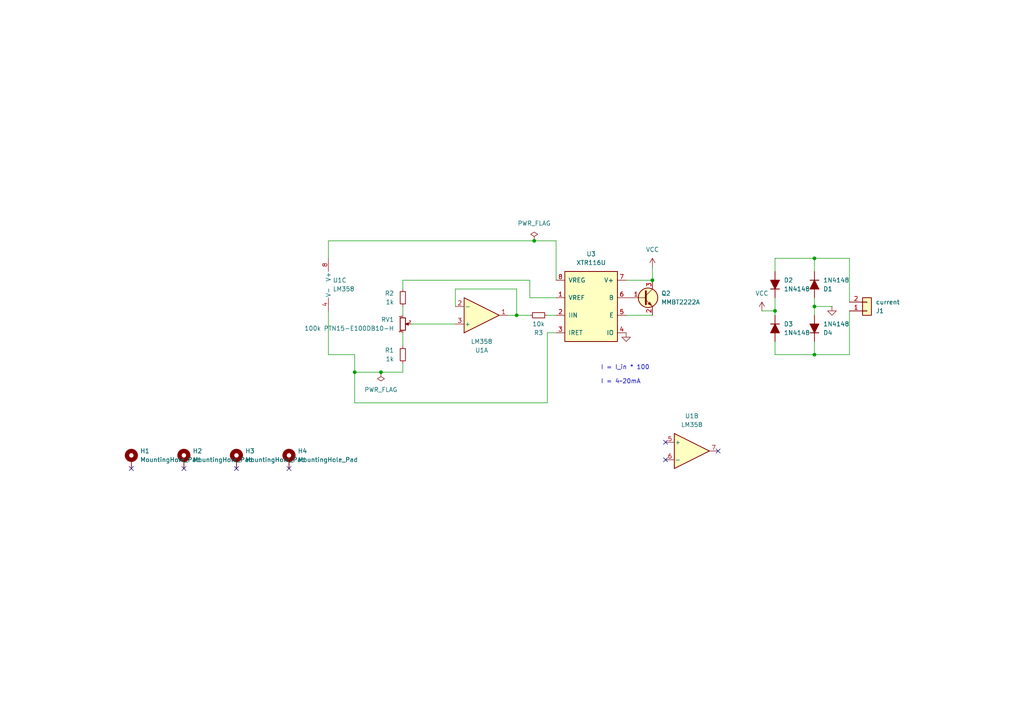
<source format=kicad_sch>
(kicad_sch (version 20231120) (generator "eeschema") (generator_version "8.0")
  (paper "A4")
  (lib_symbols
    (symbol "Amplifier_Operational:LM358" (pin_names (offset 0.127))
      (property "Reference" "U" (at 0 5.08 0))
      (property "Value" "LM358" (at 0 -5.08 0))
      (symbol "LM358_1_1"
        (polyline (pts (xy -5.08 5.08) (xy 5.08 0) (xy -5.08 -5.08) (xy -5.08 5.08)) (stroke (width 0.254)) (fill (type background)))
        (pin output line (at 7.62 0 180) (length 2.54) (name "~") (number "1"))
        (pin input line (at -7.62 -2.54 0) (length 2.54) (name "-") (number "2"))
        (pin input line (at -7.62 2.54 0) (length 2.54) (name "+") (number "3"))
      )
      (symbol "LM358_2_1"
        (polyline (pts (xy -5.08 5.08) (xy 5.08 0) (xy -5.08 -5.08) (xy -5.08 5.08)) (stroke (width 0.254)) (fill (type background)))
        (pin input line (at -7.62 2.54 0) (length 2.54) (name "+") (number "5"))
        (pin input line (at -7.62 -2.54 0) (length 2.54) (name "-") (number "6"))
        (pin output line (at 7.62 0 180) (length 2.54) (name "~") (number "7"))
      )
      (symbol "LM358_3_1"
        (pin power_in line (at -2.54 -7.62 90) (length 3.81) (name "V-") (number "4"))
        (pin power_in line (at -2.54 7.62 270) (length 3.81) (name "V+") (number "8"))
      )
    )
    (symbol "Device:R_Potentiometer_Small" (pin_names (offset 1.016) hide)
      (property "Reference" "RV" (at -4.445 0 90))
      (property "Value" "R_Potentiometer_Small" (at -2.54 0 90))
      (symbol "R_Potentiometer_Small_0_1"
        (polyline (pts (xy 0.889 0) (xy 0.635 0) (xy 1.651 0.381) (xy 1.651 -0.381) (xy 0.635 0) (xy 0.889 0)) (fill (type outline)))
        (rectangle (start 0.762 1.8034) (end -0.762 -1.8034) (stroke (width 0.254)))
      )
      (symbol "R_Potentiometer_Small_1_1"
        (pin passive line (at 0 2.54 270) (length 0.635) (name "1") (number "1"))
        (pin passive line (at 2.54 0 180) (length 0.9906) (name "2") (number "2"))
        (pin passive line (at 0 -2.54 90) (length 0.635) (name "3") (number "3"))
      )
    )
    (symbol "Device:R_Small" (pin_numbers hide) (pin_names (offset 0.254) hide)
      (property "Reference" "R" (at 0.762 0.508 0))
      (property "Value" "R_Small" (at 0.762 -1.016 0))
      (symbol "R_Small_0_1"
        (rectangle (start -0.762 1.778) (end 0.762 -1.778) (stroke (width 0.2032)))
      )
      (symbol "R_Small_1_1"
        (pin passive line (at 0 2.54 270) (length 0.762) (name "~") (number "1"))
        (pin passive line (at 0 -2.54 90) (length 0.762) (name "~") (number "2"))
      )
    )
    (symbol "Interface_CurrentLoop:XTR116U" (pin_names (offset 1.016))
      (property "Reference" "U" (at -7.62 13.97 0))
      (property "Value" "XTR116U" (at 1.27 13.97 0))
      (symbol "XTR116U_0_1"
        (rectangle (start -7.62 12.7) (end 7.62 -7.62) (stroke (width 0.254)) (fill (type background)))
      )
      (symbol "XTR116U_1_1"
        (pin output line (at -10.16 5.08 0) (length 2.54) (name "VREF") (number "1"))
        (pin input line (at -10.16 0 0) (length 2.54) (name "IIN") (number "2"))
        (pin input line (at -10.16 -5.08 0) (length 2.54) (name "IRET") (number "3"))
        (pin passive line (at 10.16 -5.08 180) (length 2.54) (name "IO") (number "4"))
        (pin passive line (at 10.16 0 180) (length 2.54) (name "E") (number "5"))
        (pin output line (at 10.16 5.08 180) (length 2.54) (name "B") (number "6"))
        (pin output line (at 10.16 10.16 180) (length 2.54) (name "V+") (number "7"))
        (pin output line (at -10.16 10.16 0) (length 2.54) (name "VREG") (number "8"))
      )
    )
    (symbol "Mechanical:MountingHole_Pad" (pin_numbers hide) (pin_names (offset 1.016) hide) (exclude_from_sim yes) (in_bom no)
      (property "Reference" "H" (at 0 6.35 0))
      (property "Value" "MountingHole_Pad" (at 0 4.445 0))
      (symbol "MountingHole_Pad_0_1"
        (circle (center 0 1.27) (radius 1.27) (stroke (width 1.27)))
      )
      (symbol "MountingHole_Pad_1_1"
        (pin input line (at 0 -2.54 90) (length 2.54) (name "1") (number "1"))
      )
    )
    (symbol "PCM_4ms_Connector:Conn_01x02" (pin_names (offset 1.016) hide)
      (property "Reference" "J" (at 0 2.54 0))
      (property "Value" "Conn_01x02" (at 0 -5.08 0))
      (symbol "Conn_01x02_1_1"
        (rectangle (start -1.27 -2.413) (end 0 -2.667) (stroke (width 0.1524)))
        (rectangle (start -1.27 0.127) (end 0 -0.127) (stroke (width 0.1524)))
        (rectangle (start -1.27 1.27) (end 1.27 -3.81) (stroke (width 0.254)) (fill (type background)))
        (pin passive line (at -5.08 0 0) (length 3.81) (name "Pin_1") (number "1"))
        (pin passive line (at -5.08 -2.54 0) (length 3.81) (name "Pin_2") (number "2"))
      )
    )
    (symbol "PCM_Diode_AKL:1N4148" (pin_numbers hide) (pin_names (offset 1.016) hide)
      (property "Reference" "D" (at 0 5.08 0))
      (property "Value" "1N4148" (at 0 2.54 0))
      (symbol "1N4148_0_1"
        (polyline (pts (xy -1.27 0) (xy 1.27 0)))
        (polyline (pts (xy 1.27 1.27) (xy 1.27 -1.27)) (stroke (width 0.254)))
        (polyline (pts (xy -1.27 1.27) (xy -1.27 -1.27) (xy 1.27 0) (xy -1.27 1.27)) (stroke (width 0.254)) (fill (type outline)))
      )
      (symbol "1N4148_0_2"
        (polyline (pts (xy -2.54 -2.54) (xy 2.54 2.54)))
        (polyline (pts (xy 0 1.778) (xy 1.778 0)) (stroke (width 0.254)))
        (polyline (pts (xy -0.889 -0.889) (xy -1.778 0) (xy 0.889 0.889) (xy 0 -1.778) (xy -0.889 -0.889)) (stroke (width 0.254)) (fill (type outline)))
      )
      (symbol "1N4148_1_1"
        (pin passive line (at 3.81 0 180) (length 2.54) (name "K") (number "1"))
        (pin passive line (at -3.81 0 0) (length 2.54) (name "A") (number "2"))
      )
      (symbol "1N4148_1_2"
        (pin passive line (at 2.54 2.54 180) (length 0) (name "K") (number "1"))
        (pin passive line (at -2.54 -2.54 0) (length 0) (name "A") (number "2"))
      )
    )
    (symbol "PCM_Transistor_BJT_AKL:MMBT2222A" (pin_names hide)
      (property "Reference" "Q" (at 5.08 1.27 0))
      (property "Value" "MMBT2222A" (at 5.08 -1.27 0))
      (symbol "MMBT2222A_0_1"
        (polyline (pts (xy 0.635 0.635) (xy 2.54 2.54)))
        (polyline (pts (xy 0.635 -0.635) (xy 2.54 -2.54) (xy 2.54 -2.54)))
        (polyline (pts (xy 0.635 1.905) (xy 0.635 -1.905) (xy 0.635 -1.905)) (stroke (width 0.508)))
        (polyline (pts (xy 1.27 -1.778) (xy 1.778 -1.27) (xy 2.286 -2.286) (xy 1.27 -1.778) (xy 1.27 -1.778)) (fill (type outline)))
        (circle (center 1.27 0) (radius 2.8194) (stroke (width 0.254)) (fill (type background)))
      )
      (symbol "MMBT2222A_1_1"
        (pin input line (at -5.08 0 0) (length 5.715) (name "B") (number "1"))
        (pin passive line (at 2.54 -5.08 90) (length 2.54) (name "E") (number "2"))
        (pin passive line (at 2.54 5.08 270) (length 2.54) (name "C") (number "3"))
      )
    )
    (symbol "power:GND" (power) (pin_numbers hide) (pin_names (offset 0) hide)
      (property "Value" "GND" (at 0 -3.81 0))
      (symbol "GND_0_1"
        (polyline (pts (xy 0 0) (xy 0 -1.27) (xy 1.27 -1.27) (xy 0 -2.54) (xy -1.27 -1.27) (xy 0 -1.27)))
      )
      (symbol "GND_1_1"
        (pin power_in line (at 0 0 270) (length 0) (name "~") (number "1"))
      )
    )
    (symbol "power:PWR_FLAG" (power) (pin_numbers hide) (pin_names (offset 0) hide)
      (property "Value" "PWR_FLAG" (at 0 3.81 0))
      (symbol "PWR_FLAG_0_0"
        (pin power_out line (at 0 0 90) (length 0) (name "~") (number "1"))
      )
      (symbol "PWR_FLAG_0_1"
        (polyline (pts (xy 0 0) (xy 0 1.27) (xy -1.016 1.905) (xy 0 2.54) (xy 1.016 1.905) (xy 0 1.27)))
      )
    )
    (symbol "power:VCC" (power) (pin_numbers hide) (pin_names (offset 0) hide)
      (property "Value" "VCC" (at 0 3.556 0))
      (symbol "VCC_0_1"
        (polyline (pts (xy -0.762 1.27) (xy 0 2.54)))
        (polyline (pts (xy 0 0) (xy 0 2.54)))
        (polyline (pts (xy 0 2.54) (xy 0.762 1.27)))
      )
      (symbol "VCC_1_1"
        (pin power_in line (at 0 0 90) (length 0) (name "~") (number "1"))
      )
    )
  )
  (junction (at 236.22 102.87))
  (junction (at 102.87 107.95))
  (junction (at 189.23 81.28))
  (junction (at 149.86 91.44))
  (junction (at 224.79 90.17))
  (junction (at 236.22 74.93))
  (junction (at 236.22 88.9))
  (junction (at 154.94 69.85))
  (junction (at 110.49 107.95))
  (no_connect (at 38.1 135.89))
  (no_connect (at 193.04 128.27))
  (no_connect (at 83.82 135.89))
  (no_connect (at 208.28 130.81))
  (no_connect (at 68.58 135.89))
  (no_connect (at 53.34 135.89))
  (no_connect (at 193.04 133.35))
  (wire (pts (xy 147.32 91.44) (xy 149.86 91.44)))
  (wire (pts (xy 220.98 90.17) (xy 224.79 90.17)))
  (wire (pts (xy 246.38 74.93) (xy 236.22 74.93)))
  (wire (pts (xy 236.22 99.06) (xy 236.22 102.87)))
  (wire (pts (xy 116.84 105.41) (xy 116.84 107.95)))
  (wire (pts (xy 189.23 77.47) (xy 189.23 81.28)))
  (wire (pts (xy 102.87 107.95) (xy 102.87 102.87)))
  (wire (pts (xy 132.08 88.9) (xy 132.08 83.82)))
  (wire (pts (xy 132.08 83.82) (xy 149.86 83.82)))
  (wire (pts (xy 158.75 96.52) (xy 158.75 116.84)))
  (wire (pts (xy 158.75 116.84) (xy 102.87 116.84)))
  (wire (pts (xy 224.79 102.87) (xy 224.79 99.06)))
  (wire (pts (xy 149.86 91.44) (xy 153.67 91.44)))
  (wire (pts (xy 110.49 107.95) (xy 116.84 107.95)))
  (wire (pts (xy 236.22 74.93) (xy 236.22 78.74)))
  (wire (pts (xy 119.38 93.98) (xy 132.08 93.98)))
  (wire (pts (xy 224.79 74.93) (xy 224.79 78.74)))
  (wire (pts (xy 153.67 81.28) (xy 153.67 86.36)))
  (wire (pts (xy 116.84 96.52) (xy 116.84 100.33)))
  (wire (pts (xy 153.67 86.36) (xy 161.29 86.36)))
  (wire (pts (xy 236.22 86.36) (xy 236.22 88.9)))
  (wire (pts (xy 224.79 90.17) (xy 224.79 91.44)))
  (wire (pts (xy 95.25 90.17) (xy 95.25 102.87)))
  (wire (pts (xy 181.61 91.44) (xy 189.23 91.44)))
  (wire (pts (xy 236.22 88.9) (xy 236.22 91.44)))
  (wire (pts (xy 95.25 69.85) (xy 95.25 74.93)))
  (wire (pts (xy 116.84 88.9) (xy 116.84 91.44)))
  (wire (pts (xy 224.79 86.36) (xy 224.79 90.17)))
  (wire (pts (xy 161.29 69.85) (xy 154.94 69.85)))
  (wire (pts (xy 158.75 96.52) (xy 161.29 96.52)))
  (wire (pts (xy 224.79 74.93) (xy 236.22 74.93)))
  (wire (pts (xy 116.84 81.28) (xy 153.67 81.28)))
  (wire (pts (xy 95.25 102.87) (xy 102.87 102.87)))
  (wire (pts (xy 149.86 83.82) (xy 149.86 91.44)))
  (wire (pts (xy 102.87 116.84) (xy 102.87 107.95)))
  (wire (pts (xy 116.84 81.28) (xy 116.84 83.82)))
  (wire (pts (xy 158.75 91.44) (xy 161.29 91.44)))
  (wire (pts (xy 154.94 69.85) (xy 95.25 69.85)))
  (wire (pts (xy 246.38 90.17) (xy 246.38 102.87)))
  (wire (pts (xy 161.29 81.28) (xy 161.29 69.85)))
  (wire (pts (xy 241.3 88.9) (xy 236.22 88.9)))
  (wire (pts (xy 246.38 102.87) (xy 236.22 102.87)))
  (wire (pts (xy 102.87 107.95) (xy 110.49 107.95)))
  (wire (pts (xy 189.23 81.28) (xy 181.61 81.28)))
  (wire (pts (xy 246.38 87.63) (xy 246.38 74.93)))
  (wire (pts (xy 236.22 102.87) (xy 224.79 102.87)))
  (text "I = I_in * 100\n\nI = 4~20mA\n" (at 174.244 105.918 0) (effects (font (size 1.27 1.27)) (justify left top)))
  (symbol (lib_id "Mechanical:MountingHole_Pad") (at 53.34 133.35 0) (unit 1) (exclude_from_sim yes) (in_bom no)
    (property "Reference" "H2" (at 55.88 130.8099 0) (effects (justify left)))
    (property "Value" "MountingHole_Pad" (at 55.88 133.3499 0) (effects (justify left)))
    (property "Footprint" "MountingHole:MountingHole_3.2mm_M3_Pad_TopBottom" (effects (hide yes)))
    (property "Description" "Mounting Hole with connection" (effects (hide yes)))
  )
  (symbol (lib_id "Device:R_Small") (at 116.84 102.87 0) (mirror y) (unit 1)
    (property "Reference" "R1" (at 114.3 101.5999 0) (effects (justify left)))
    (property "Value" "1k" (at 114.3 104.1399 0) (effects (justify left)))
    (property "Footprint" "Resistor_SMD:R_0402_1005Metric" (effects (hide yes)))
    (property "Description" "Resistor, small symbol" (effects (hide yes)))
  )
  (symbol (lib_id "Device:R_Small") (at 116.84 86.36 0) (mirror y) (unit 1)
    (property "Reference" "R2" (at 114.3 85.0899 0) (effects (justify left)))
    (property "Value" "1k" (at 114.3 87.6299 0) (effects (justify left)))
    (property "Footprint" "Resistor_SMD:R_0402_1005Metric" (effects (hide yes)))
    (property "Description" "Resistor, small symbol" (effects (hide yes)))
  )
  (symbol (lib_id "power:GND") (at 241.3 88.9 0) (unit 1)
    (property "Reference" "#PWR03" (effects (hide yes)))
    (property "Value" "GND" (effects (hide yes)))
    (property "Description" "Power symbol creates a global label with name \"GND\" , ground" (effects (hide yes)))
  )
  (symbol (lib_id "PCM_Diode_AKL:1N4148") (at 224.79 95.25 90) (unit 1)
    (property "Reference" "D3" (at 227.33 93.9799 90) (effects (justify right)))
    (property "Value" "1N4148" (at 227.33 96.5199 90) (effects (justify right)))
    (property "Footprint" "Diode_SMD:D_SOD-323" (effects (hide yes)))
    (property "Datasheet" "https://datasheet.octopart.com/1N4148TR-ON-Semiconductor-datasheet-42765246.pdf" (effects (hide yes)))
    (property "Description" "DO-35 Diode, Small Signal, Fast Switching, 75V, 150mA, 4ns, Alternate KiCad Library" (effects (hide yes)))
  )
  (symbol (lib_id "Amplifier_Operational:LM358") (at 97.79 82.55 0) (unit 3)
    (property "Reference" "U1" (at 96.52 81.2799 0) (effects (justify left)))
    (property "Value" "LM358" (at 96.52 83.8199 0) (effects (justify left)))
    (property "Footprint" "Package_SO:SOIC-8_3.9x4.9mm_P1.27mm" (effects (hide yes)))
    (property "Datasheet" "http://www.ti.com/lit/ds/symlink/lm2904-n.pdf" (effects (hide yes)))
    (property "Description" "Low-Power, Dual Operational Amplifiers, DIP-8/SOIC-8/TO-99-8" (effects (hide yes)))
  )
  (symbol (lib_id "Interface_CurrentLoop:XTR116U") (at 171.45 91.44 0) (unit 1)
    (property "Reference" "U3" (at 171.45 73.66 0))
    (property "Value" "XTR116U" (at 171.45 76.2 0))
    (property "Footprint" "Package_SO:SOIC-8_3.9x4.9mm_P1.27mm" (effects (hide yes)))
    (property "Datasheet" "http://www.ti.com/lit/ds/symlink/xtr115.pdf" (effects (hide yes)))
    (property "Description" "4-20mA Current Loop Transmitter, VREF 4.096V, SO-8" (effects (hide yes)))
  )
  (symbol (lib_id "Device:R_Small") (at 156.21 91.44 90) (mirror x) (unit 1)
    (property "Reference" "R3" (at 156.21 96.52 90))
    (property "Value" "10k" (at 156.21 93.98 90))
    (property "Footprint" "Resistor_SMD:R_0402_1005Metric" (effects (hide yes)))
    (property "Description" "Resistor, small symbol" (effects (hide yes)))
  )
  (symbol (lib_id "PCM_Diode_AKL:1N4148") (at 224.79 82.55 270) (unit 1)
    (property "Reference" "D2" (at 227.33 81.2799 90) (effects (justify left)))
    (property "Value" "1N4148" (at 227.33 83.8199 90) (effects (justify left)))
    (property "Footprint" "Diode_SMD:D_SOD-323" (effects (hide yes)))
    (property "Datasheet" "https://datasheet.octopart.com/1N4148TR-ON-Semiconductor-datasheet-42765246.pdf" (effects (hide yes)))
    (property "Description" "DO-35 Diode, Small Signal, Fast Switching, 75V, 150mA, 4ns, Alternate KiCad Library" (effects (hide yes)))
  )
  (symbol (lib_id "Amplifier_Operational:LM358") (at 200.66 130.81 0) (unit 2)
    (property "Reference" "U1" (at 200.66 120.65 0))
    (property "Value" "LM358" (at 200.66 123.19 0))
    (property "Footprint" "Package_SO:SOIC-8_3.9x4.9mm_P1.27mm" (effects (hide yes)))
    (property "Datasheet" "http://www.ti.com/lit/ds/symlink/lm2904-n.pdf" (effects (hide yes)))
    (property "Description" "Low-Power, Dual Operational Amplifiers, DIP-8/SOIC-8/TO-99-8" (effects (hide yes)))
  )
  (symbol (lib_id "Device:R_Potentiometer_Small") (at 116.84 93.98 0) (unit 1)
    (property "Reference" "RV1" (at 114.3 92.7099 0) (effects (justify right)))
    (property "Value" "100k PTN15-E100DB10-H" (at 114.3 95.2499 0) (effects (justify right)))
    (property "Footprint" "PCM_Potentiometer_THT_AKL:Potentiometer_Piher_PT-15-V15_Vertical_Hole" (effects (hide yes)))
    (property "Description" "Potentiometer" (effects (hide yes)))
  )
  (symbol (lib_id "PCM_Diode_AKL:1N4148") (at 236.22 95.25 90) (mirror x) (unit 1)
    (property "Reference" "D4" (at 238.76 96.5201 90) (effects (justify right)))
    (property "Value" "1N4148" (at 238.76 93.9801 90) (effects (justify right)))
    (property "Footprint" "Diode_SMD:D_SOD-323" (effects (hide yes)))
    (property "Datasheet" "https://datasheet.octopart.com/1N4148TR-ON-Semiconductor-datasheet-42765246.pdf" (effects (hide yes)))
    (property "Description" "DO-35 Diode, Small Signal, Fast Switching, 75V, 150mA, 4ns, Alternate KiCad Library" (effects (hide yes)))
  )
  (symbol (lib_id "power:VCC") (at 189.23 77.47 0) (unit 1)
    (property "Reference" "#PWR01" (effects (hide yes)))
    (property "Value" "VCC" (at 189.23 72.39 0))
    (property "Description" "Power symbol creates a global label with name \"VCC\"" (effects (hide yes)))
  )
  (symbol (lib_id "power:PWR_FLAG") (at 154.94 69.85 0) (unit 1)
    (property "Reference" "#FLG01" (effects (hide yes)))
    (property "Value" "PWR_FLAG" (at 154.94 64.77 0))
    (property "Description" "Special symbol for telling ERC where power comes from" (effects (hide yes)))
  )
  (symbol (lib_id "Mechanical:MountingHole_Pad") (at 38.1 133.35 0) (unit 1) (exclude_from_sim yes) (in_bom no)
    (property "Reference" "H1" (at 40.64 130.8099 0) (effects (justify left)))
    (property "Value" "MountingHole_Pad" (at 40.64 133.3499 0) (effects (justify left)))
    (property "Footprint" "MountingHole:MountingHole_3.2mm_M3_Pad_TopBottom" (effects (hide yes)))
    (property "Description" "Mounting Hole with connection" (effects (hide yes)))
  )
  (symbol (lib_id "PCM_Diode_AKL:1N4148") (at 236.22 82.55 270) (mirror x) (unit 1)
    (property "Reference" "D1" (at 238.76 83.8201 90) (effects (justify left)))
    (property "Value" "1N4148" (at 238.76 81.2801 90) (effects (justify left)))
    (property "Footprint" "Diode_SMD:D_SOD-323" (effects (hide yes)))
    (property "Datasheet" "https://datasheet.octopart.com/1N4148TR-ON-Semiconductor-datasheet-42765246.pdf" (effects (hide yes)))
    (property "Description" "DO-35 Diode, Small Signal, Fast Switching, 75V, 150mA, 4ns, Alternate KiCad Library" (effects (hide yes)))
  )
  (symbol (lib_id "PCM_4ms_Connector:Conn_01x02") (at 251.46 90.17 0) (mirror x) (unit 1)
    (property "Reference" "J1" (at 254 90.1701 0) (effects (justify left)))
    (property "Value" "current" (at 254 87.6301 0) (effects (justify left)))
    (property "Footprint" "Connector_JST:JST_XH_S2B-XH-A_1x02_P2.50mm_Horizontal" (effects (hide yes)))
    (property "Description" "HEADER 1x2 MALE PINS 0.100” 180deg" (effects (hide yes)))
    (property "Specifications" "Pins_01x02, Header, Male Pins, 1*2, spacing 2.54mm, straight pin" (effects (hide yes)))
    (property "Manufacturer" "TAD" (effects (hide yes)))
    (property "Part Number" "1-0201FBV0T" (effects (hide yes)))
  )
  (symbol (lib_id "PCM_Transistor_BJT_AKL:MMBT2222A") (at 186.69 86.36 0) (unit 1)
    (property "Reference" "Q2" (at 191.77 85.0899 0) (effects (justify left)))
    (property "Value" "MMBT2222A" (at 191.77 87.6299 0) (effects (justify left)))
    (property "Footprint" "PCM_Package_TO_SOT_SMD_AKL:SOT-23" (effects (hide yes)))
    (property "Datasheet" "https://www.tme.eu/Document/fd53f7282772c4b53c43aa6dcf874bac/mmbt2222.pdf" (effects (hide yes)))
    (property "Description" "NPN SOT-23 transistor, 40V, 600mA, 225mW, Alternate KiCAD Library" (effects (hide yes)))
  )
  (symbol (lib_id "power:PWR_FLAG") (at 110.49 107.95 0) (mirror x) (unit 1)
    (property "Reference" "#FLG02" (effects (hide yes)))
    (property "Value" "PWR_FLAG" (at 110.49 113.03 0))
    (property "Description" "Special symbol for telling ERC where power comes from" (effects (hide yes)))
  )
  (symbol (lib_id "power:GND") (at 181.61 96.52 0) (unit 1)
    (property "Reference" "#PWR04" (effects (hide yes)))
    (property "Value" "GND" (effects (hide yes)))
    (property "Description" "Power symbol creates a global label with name \"GND\" , ground" (effects (hide yes)))
  )
  (symbol (lib_id "power:VCC") (at 220.98 90.17 0) (unit 1)
    (property "Reference" "#PWR02" (effects (hide yes)))
    (property "Value" "VCC" (at 220.98 85.09 0))
    (property "Description" "Power symbol creates a global label with name \"VCC\"" (effects (hide yes)))
  )
  (symbol (lib_id "Mechanical:MountingHole_Pad") (at 68.58 133.35 0) (unit 1) (exclude_from_sim yes) (in_bom no)
    (property "Reference" "H3" (at 71.12 130.8099 0) (effects (justify left)))
    (property "Value" "MountingHole_Pad" (at 71.12 133.3499 0) (effects (justify left)))
    (property "Footprint" "MountingHole:MountingHole_3.2mm_M3_Pad_TopBottom" (effects (hide yes)))
    (property "Description" "Mounting Hole with connection" (effects (hide yes)))
  )
  (symbol (lib_id "Mechanical:MountingHole_Pad") (at 83.82 133.35 0) (unit 1) (exclude_from_sim yes) (in_bom no)
    (property "Reference" "H4" (at 86.36 130.8099 0) (effects (justify left)))
    (property "Value" "MountingHole_Pad" (at 86.36 133.3499 0) (effects (justify left)))
    (property "Footprint" "MountingHole:MountingHole_3.2mm_M3_Pad_TopBottom" (effects (hide yes)))
    (property "Description" "Mounting Hole with connection" (effects (hide yes)))
  )
  (symbol (lib_id "Amplifier_Operational:LM358") (at 139.7 91.44 0) (mirror x) (unit 1)
    (property "Reference" "U1" (at 139.7 101.6 0))
    (property "Value" "LM358" (at 139.7 99.06 0))
    (property "Footprint" "Package_SO:SOIC-8_3.9x4.9mm_P1.27mm" (effects (hide yes)))
    (property "Datasheet" "http://www.ti.com/lit/ds/symlink/lm2904-n.pdf" (effects (hide yes)))
    (property "Description" "Low-Power, Dual Operational Amplifiers, DIP-8/SOIC-8/TO-99-8" (effects (hide yes)))
  )
)
</source>
